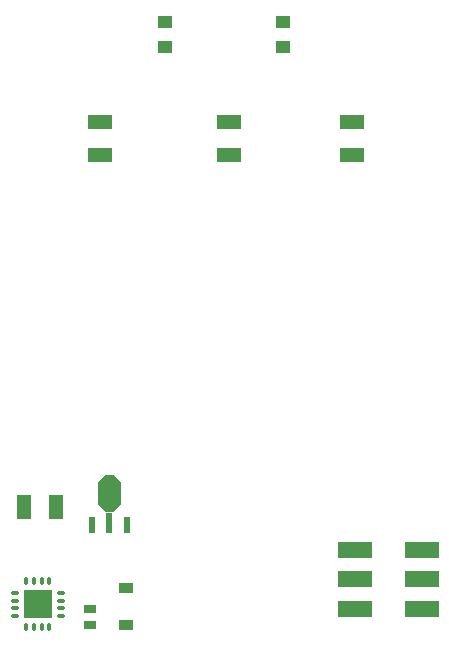
<source format=gbr>
%TF.GenerationSoftware,Altium Limited,Altium Designer,20.0.14 (345)*%
G04 Layer_Color=8421504*
%FSLAX45Y45*%
%MOMM*%
%TF.FileFunction,Paste,Top*%
%TF.Part,Single*%
G01*
G75*
%TA.AperFunction,SMDPad,CuDef*%
%ADD12O,0.70000X0.30000*%
%ADD13O,0.30000X0.70000*%
%ADD14R,2.40000X2.40000*%
%ADD15R,2.00000X1.25000*%
%ADD16R,1.20000X1.10000*%
%ADD17R,1.00000X0.70000*%
%ADD18R,2.85000X1.35000*%
%ADD19R,1.25000X2.00000*%
%ADD20R,0.60000X1.40000*%
%ADD21R,0.60000X1.80000*%
%ADD22R,1.15000X0.85000*%
G36*
X1126100Y1952500D02*
Y1762500D01*
X1061100Y1697500D01*
X1001100D01*
X936100Y1762500D01*
Y1952500D01*
X1001100Y2017500D01*
X1061100D01*
X1126100Y1952500D01*
D02*
G37*
D12*
X229700Y1016400D02*
D03*
Y951400D02*
D03*
Y886400D02*
D03*
Y821400D02*
D03*
X619700D02*
D03*
Y886400D02*
D03*
Y951400D02*
D03*
Y1016400D02*
D03*
D13*
X327200Y723900D02*
D03*
X392200D02*
D03*
X457200D02*
D03*
X522200D02*
D03*
Y1113900D02*
D03*
X457200D02*
D03*
X392200D02*
D03*
X327200D02*
D03*
D14*
X424700Y918900D02*
D03*
D15*
X3086100Y5001600D02*
D03*
Y4726600D02*
D03*
X2044700Y4726600D02*
D03*
Y5001600D02*
D03*
X952500Y4726600D02*
D03*
Y5001600D02*
D03*
D16*
X1500000Y5852400D02*
D03*
Y5642400D02*
D03*
X2500000Y5852400D02*
D03*
Y5642400D02*
D03*
D17*
X863600Y742800D02*
D03*
Y882800D02*
D03*
D18*
X3105900Y1380300D02*
D03*
Y1130300D02*
D03*
Y880300D02*
D03*
X3675900D02*
D03*
Y1130300D02*
D03*
Y1380300D02*
D03*
D19*
X307000Y1739900D02*
D03*
X582000D02*
D03*
D20*
X881100Y1587500D02*
D03*
X1181100D02*
D03*
D21*
X1031100Y1607500D02*
D03*
D22*
X1168400Y1061700D02*
D03*
Y741700D02*
D03*
%TF.MD5,2136a7bd29857f36a6833a15f2869159*%
M02*

</source>
